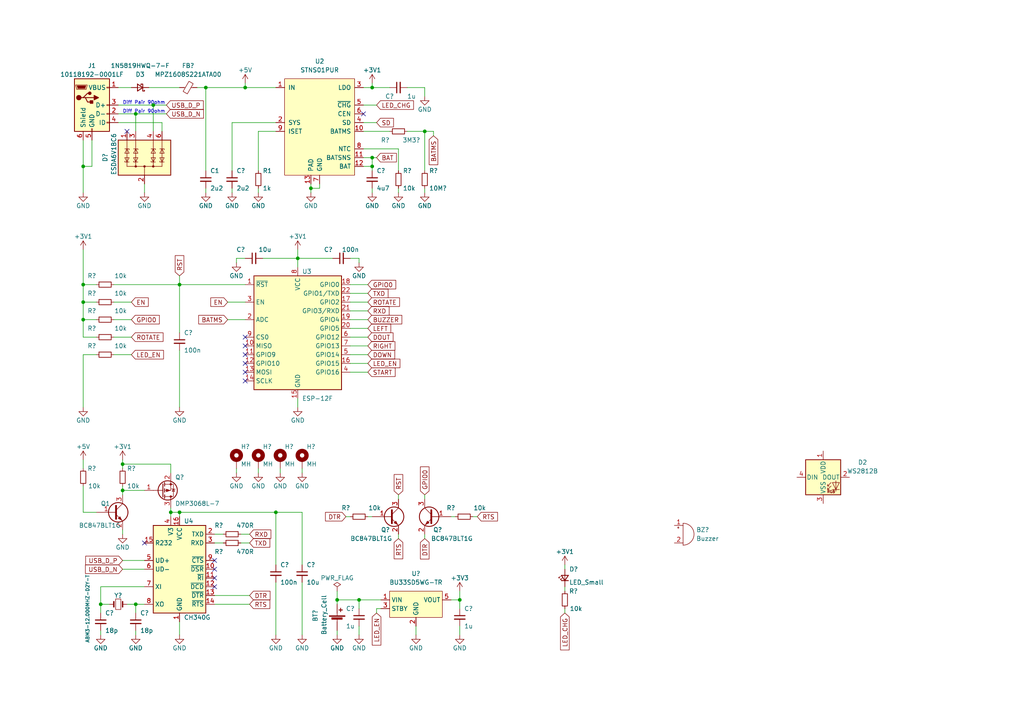
<source format=kicad_sch>
(kicad_sch (version 20211123) (generator eeschema)
  (paper "A4")
  (title_block (title "ESP8266 Tetris") (date "2022-09-09") (rev "1.0") (company "IB"))
  (lib_symbols
    (symbol "Connector:USB_B_Micro" (pin_names (offset 1.016))
      (property "Reference" "J" (at -5.08 11.43 0))
      (property "Value" "USB_B_Micro" (at -5.08 8.89 0))
      (symbol "USB_B_Micro_0_1"
        (rectangle (start -5.08 -7.62) (end 5.08 7.62) (stroke (width 0.254)) (fill (type background)))
        (circle (center -3.81 2.159) (radius 0.635) (stroke (width 0.254)) (fill (type outline)))
        (circle (center -0.635 3.429) (radius 0.381) (stroke (width 0.254)) (fill (type outline)))
        (rectangle (start -0.127 -7.62) (end 0.127 -6.858))
        (polyline (pts (xy -1.905 2.159) (xy 0.635 2.159)) (stroke (width 0.254)))
        (polyline (pts (xy -3.175 2.159) (xy -2.54 2.159) (xy -1.27 3.429) (xy -0.635 3.429)) (stroke (width 0.254)))
        (polyline (pts (xy -2.54 2.159) (xy -1.905 2.159) (xy -1.27 0.889) (xy 0 0.889)) (stroke (width 0.254)))
        (polyline (pts (xy 0.635 2.794) (xy 0.635 1.524) (xy 1.905 2.159) (xy 0.635 2.794)) (stroke (width 0.254)) (fill (type outline)))
        (polyline (pts (xy -4.318 5.588) (xy -1.778 5.588) (xy -2.032 4.826) (xy -4.064 4.826) (xy -4.318 5.588)) (fill (type outline)))
        (polyline (pts (xy -4.699 5.842) (xy -4.699 5.588) (xy -4.445 4.826) (xy -4.445 4.572) (xy -1.651 4.572) (xy -1.651 4.826) (xy -1.397 5.588) (xy -1.397 5.842) (xy -4.699 5.842)))
        (rectangle (start 0.254 1.27) (end -0.508 0.508) (stroke (width 0.254)) (fill (type outline)))
        (rectangle (start 5.08 -5.207) (end 4.318 -4.953))
        (rectangle (start 5.08 -2.667) (end 4.318 -2.413))
        (rectangle (start 5.08 -0.127) (end 4.318 0.127))
        (rectangle (start 5.08 4.953) (end 4.318 5.207))
      )
      (symbol "USB_B_Micro_1_1"
        (pin power_out line (at 7.62 5.08 180) (length 2.54) (name "VBUS") (number "1"))
        (pin bidirectional line (at 7.62 -2.54 180) (length 2.54) (name "D-") (number "2"))
        (pin bidirectional line (at 7.62 0 180) (length 2.54) (name "D+") (number "3"))
        (pin passive line (at 7.62 -5.08 180) (length 2.54) (name "ID") (number "4"))
        (pin power_out line (at 0 -10.16 90) (length 2.54) (name "GND") (number "5"))
        (pin passive line (at -2.54 -10.16 90) (length 2.54) (name "Shield") (number "6"))
      )
    )
    (symbol "Device:Battery_Cell" (pin_numbers hide) (pin_names (offset 0) hide)
      (property "Reference" "BT" (at 2.54 2.54 0))
      (property "Value" "Battery_Cell" (at 2.54 0 0))
      (symbol "Battery_Cell_0_1"
        (rectangle (start -2.286 1.778) (end 2.286 1.524) (fill (type outline)))
        (rectangle (start -1.5748 1.1938) (end 1.4732 0.6858) (fill (type outline)))
        (polyline (pts (xy 0 0.762) (xy 0 0)))
        (polyline (pts (xy 0 1.778) (xy 0 2.54)))
        (polyline (pts (xy 0.508 3.429) (xy 1.524 3.429)) (stroke (width 0.254)))
        (polyline (pts (xy 1.016 3.937) (xy 1.016 2.921)) (stroke (width 0.254)))
      )
      (symbol "Battery_Cell_1_1"
        (pin passive line (at 0 5.08 270) (length 2.54) (name "+") (number "1"))
        (pin passive line (at 0 -2.54 90) (length 2.54) (name "-") (number "2"))
      )
    )
    (symbol "Device:Buzzer" (pin_names (offset 0.0254) hide)
      (property "Reference" "BZ" (at 3.81 1.27 0))
      (property "Value" "Buzzer" (at 3.81 -1.27 0))
      (symbol "Buzzer_0_1"
        (arc (start 0 -3.175) (mid 3.175 0) (end 0 3.175))
        (polyline (pts (xy -1.651 1.905) (xy -1.143 1.905)))
        (polyline (pts (xy -1.397 2.159) (xy -1.397 1.651)))
        (polyline (pts (xy 0 3.175) (xy 0 -3.175)))
      )
      (symbol "Buzzer_1_1"
        (pin passive line (at -2.54 2.54 0) (length 2.54) (name "-") (number "1"))
        (pin passive line (at -2.54 -2.54 0) (length 2.54) (name "+") (number "2"))
      )
    )
    (symbol "Device:C_Small" (pin_numbers hide) (pin_names (offset 0.254) hide)
      (property "Reference" "C" (at 0.254 1.778 0))
      (property "Value" "C_Small" (at 0.254 -2.032 0))
      (symbol "C_Small_0_1"
        (polyline (pts (xy -1.524 -0.508) (xy 1.524 -0.508)) (stroke (width 0.3302)))
        (polyline (pts (xy -1.524 0.508) (xy 1.524 0.508)) (stroke (width 0.3048)))
      )
      (symbol "C_Small_1_1"
        (pin passive line (at 0 2.54 270) (length 2.032) (name "~") (number "1"))
        (pin passive line (at 0 -2.54 90) (length 2.032) (name "~") (number "2"))
      )
    )
    (symbol "Device:Crystal_Small" (pin_numbers hide) (pin_names (offset 1.016) hide)
      (property "Reference" "Y" (at 0 2.54 0))
      (property "Value" "Crystal_Small" (at 0 -2.54 0))
      (symbol "Crystal_Small_0_1"
        (rectangle (start -0.762 -1.524) (end 0.762 1.524))
        (polyline (pts (xy -1.27 -0.762) (xy -1.27 0.762)) (stroke (width 0.381)))
        (polyline (pts (xy 1.27 -0.762) (xy 1.27 0.762)) (stroke (width 0.381)))
      )
      (symbol "Crystal_Small_1_1"
        (pin passive line (at -2.54 0 0) (length 1.27) (name "1") (number "1"))
        (pin passive line (at 2.54 0 180) (length 1.27) (name "2") (number "2"))
      )
    )
    (symbol "Device:D_Schottky_Small" (pin_numbers hide) (pin_names (offset 0.254) hide)
      (property "Reference" "D" (at -1.27 2.032 0))
      (property "Value" "D_Schottky_Small" (at -7.112 -2.032 0))
      (symbol "D_Schottky_Small_0_1"
        (polyline (pts (xy -0.762 0) (xy 0.762 0)))
        (polyline (pts (xy 0.762 -1.016) (xy -0.762 0) (xy 0.762 1.016) (xy 0.762 -1.016)) (stroke (width 0.254)))
        (polyline (pts (xy -1.27 0.762) (xy -1.27 1.016) (xy -0.762 1.016) (xy -0.762 -1.016) (xy -0.254 -1.016) (xy -0.254 -0.762)) (stroke (width 0.254)))
      )
      (symbol "D_Schottky_Small_1_1"
        (pin passive line (at -2.54 0 0) (length 1.778) (name "K") (number "1"))
        (pin passive line (at 2.54 0 180) (length 1.778) (name "A") (number "2"))
      )
    )
    (symbol "Device:FerriteBead_Small" (pin_numbers hide) (pin_names (offset 0))
      (property "Reference" "FB" (at 1.905 1.27 0))
      (property "Value" "FerriteBead_Small" (at 1.905 -1.27 0))
      (symbol "FerriteBead_Small_0_1"
        (polyline (pts (xy 0 -1.27) (xy 0 -0.7874)))
        (polyline (pts (xy 0 0.889) (xy 0 1.2954)))
        (polyline (pts (xy -1.8288 0.2794) (xy -1.1176 1.4986) (xy 1.8288 -0.2032) (xy 1.1176 -1.4224) (xy -1.8288 0.2794)))
      )
      (symbol "FerriteBead_Small_1_1"
        (pin passive line (at 0 2.54 270) (length 1.27) (name "~") (number "1"))
        (pin passive line (at 0 -2.54 90) (length 1.27) (name "~") (number "2"))
      )
    )
    (symbol "Device:LED_Small" (pin_numbers hide) (pin_names (offset 0.254) hide)
      (property "Reference" "D" (at -1.27 3.175 0))
      (property "Value" "LED_Small" (at -4.445 -2.54 0))
      (symbol "LED_Small_0_1"
        (polyline (pts (xy -0.762 -1.016) (xy -0.762 1.016)) (stroke (width 0.254)))
        (polyline (pts (xy 1.016 0) (xy -0.762 0)))
        (polyline (pts (xy 0.762 -1.016) (xy -0.762 0) (xy 0.762 1.016) (xy 0.762 -1.016)) (stroke (width 0.254)))
        (polyline (pts (xy 0 0.762) (xy -0.508 1.27) (xy -0.254 1.27) (xy -0.508 1.27) (xy -0.508 1.016)))
        (polyline (pts (xy 0.508 1.27) (xy 0 1.778) (xy 0.254 1.778) (xy 0 1.778) (xy 0 1.524)))
      )
      (symbol "LED_Small_1_1"
        (pin passive line (at -2.54 0 0) (length 1.778) (name "K") (number "1"))
        (pin passive line (at 2.54 0 180) (length 1.778) (name "A") (number "2"))
      )
    )
    (symbol "Device:R_Small" (pin_numbers hide) (pin_names (offset 0.254) hide)
      (property "Reference" "R" (at 0.762 0.508 0))
      (property "Value" "R_Small" (at 0.762 -1.016 0))
      (symbol "R_Small_0_1"
        (rectangle (start -0.762 1.778) (end 0.762 -1.778) (stroke (width 0.2032)))
      )
      (symbol "R_Small_1_1"
        (pin passive line (at 0 2.54 270) (length 0.762) (name "~") (number "1"))
        (pin passive line (at 0 -2.54 90) (length 0.762) (name "~") (number "2"))
      )
    )
    (symbol "Interface_USB:CH340G"
      (property "Reference" "U" (at -5.08 13.97 0))
      (property "Value" "CH340G" (at 1.27 13.97 0))
      (symbol "CH340G_0_1"
        (rectangle (start -7.62 12.7) (end 7.62 -12.7) (stroke (width 0.254)) (fill (type background)))
      )
      (symbol "CH340G_1_1"
        (pin power_in line (at 0 -15.24 90) (length 2.54) (name "GND") (number "1"))
        (pin input line (at 10.16 0 180) (length 2.54) (name "~{DSR}") (number "10"))
        (pin input line (at 10.16 -2.54 180) (length 2.54) (name "~{RI}") (number "11"))
        (pin input line (at 10.16 -5.08 180) (length 2.54) (name "~{DCD}") (number "12"))
        (pin output line (at 10.16 -7.62 180) (length 2.54) (name "~{DTR}") (number "13"))
        (pin output line (at 10.16 -10.16 180) (length 2.54) (name "~{RTS}") (number "14"))
        (pin input line (at -10.16 7.62 0) (length 2.54) (name "R232") (number "15"))
        (pin power_in line (at 0 15.24 270) (length 2.54) (name "VCC") (number "16"))
        (pin output line (at 10.16 10.16 180) (length 2.54) (name "TXD") (number "2"))
        (pin input line (at 10.16 7.62 180) (length 2.54) (name "RXD") (number "3"))
        (pin passive line (at -2.54 15.24 270) (length 2.54) (name "V3") (number "4"))
        (pin bidirectional line (at -10.16 2.54 0) (length 2.54) (name "UD+") (number "5"))
        (pin bidirectional line (at -10.16 0 0) (length 2.54) (name "UD-") (number "6"))
        (pin input line (at -10.16 -5.08 0) (length 2.54) (name "XI") (number "7"))
        (pin output line (at -10.16 -10.16 0) (length 2.54) (name "XO") (number "8"))
        (pin input line (at 10.16 2.54 180) (length 2.54) (name "~{CTS}") (number "9"))
      )
    )
    (symbol "KiCadCustom:+3V1" (pin_names (offset 1.016))
      (property "Value" "+3V1" (at 0 3.81 0))
      (symbol "+3V1_1_1"
        (polyline (pts (xy -0.762 1.27) (xy 0 2.54)))
        (polyline (pts (xy 0 0) (xy 0 2.54)))
        (polyline (pts (xy 0 2.54) (xy 0.762 1.27)))
        (pin power_in line (at 0 0 90) (length 0) hide (name "+3V0") (number "1"))
      )
    )
    (symbol "KiCadCustom:BU33SD5WG-TR"
      (property "Reference" "U" (at 0 7.62 0))
      (property "Value" "BU33SD5WG-TR" (at 0 5.08 0))
      (symbol "BU33SD5WG-TR_0_1"
        (rectangle (start -7.62 3.81) (end 7.62 -3.81) (fill (type background)))
      )
      (symbol "BU33SD5WG-TR_1_1"
        (pin power_in line (at -10.16 1.27 0) (length 2.54) (name "VIN") (number "1"))
        (pin power_in line (at 0 -6.35 90) (length 2.54) (name "GND") (number "2"))
        (pin passive line (at -10.16 -1.27 0) (length 2.54) (name "STBY") (number "3"))
        (pin no_connect line (at 10.16 -1.27 180) (length 2.54) hide (name "NC") (number "4"))
        (pin power_out line (at 10.16 1.27 180) (length 2.54) (name "VOUT") (number "5"))
      )
    )
    (symbol "KiCadCustom:STNS01" (pin_names (offset 1.016))
      (property "Reference" "U" (at 2.54 15.24 0))
      (property "Value" "STNS01" (at 5.08 -15.24 0))
      (symbol "STNS01_0_1"
        (rectangle (start -10.16 13.97) (end 10.16 -13.97) (fill (type background)))
      )
      (symbol "STNS01_1_1"
        (pin power_in line (at -12.7 11.43 0) (length 2.54) (name "IN") (number "1"))
        (pin passive line (at 12.7 -1.27 180) (length 2.54) (name "BATMS") (number "10"))
        (pin passive line (at 12.7 -8.89 180) (length 2.54) (name "BATSNS") (number "11"))
        (pin power_in line (at 12.7 -11.43 180) (length 2.54) (name "BAT") (number "12"))
        (pin power_in line (at -2.54 -16.51 90) (length 2.54) (name "PAD") (number "13"))
        (pin power_out line (at -12.7 1.27 0) (length 2.54) (name "SYS") (number "2"))
        (pin power_out line (at 12.7 11.43 180) (length 2.54) (name "LDO") (number "3"))
        (pin input line (at 12.7 1.27 180) (length 2.54) (name "SD") (number "4"))
        (pin open_collector line (at 12.7 6.35 180) (length 2.54) (name "~{CHG}") (number "5"))
        (pin input line (at 12.7 3.81 180) (length 2.54) (name "CEN") (number "6"))
        (pin power_in line (at 0 -16.51 90) (length 2.54) (name "GND") (number "7"))
        (pin passive line (at 12.7 -6.35 180) (length 2.54) (name "NTC") (number "8"))
        (pin passive line (at -12.7 -1.27 0) (length 2.54) (name "ISET") (number "9"))
      )
    )
    (symbol "LED:WS2812B" (pin_names (offset 0.254))
      (property "Reference" "D" (at 5.08 5.715 0))
      (property "Value" "WS2812B" (at 1.27 -5.715 0))
      (symbol "WS2812B_0_0"
        (text "RGB" (at 2.286 -4.191 0) (effects (font (size 0.762 0.762))))
      )
      (symbol "WS2812B_0_1"
        (polyline (pts (xy 1.27 -3.556) (xy 1.778 -3.556)))
        (polyline (pts (xy 1.27 -2.54) (xy 1.778 -2.54)))
        (polyline (pts (xy 4.699 -3.556) (xy 2.667 -3.556)))
        (polyline (pts (xy 2.286 -2.54) (xy 1.27 -3.556) (xy 1.27 -3.048)))
        (polyline (pts (xy 2.286 -1.524) (xy 1.27 -2.54) (xy 1.27 -2.032)))
        (polyline (pts (xy 3.683 -1.016) (xy 3.683 -3.556) (xy 3.683 -4.064)))
        (polyline (pts (xy 4.699 -1.524) (xy 2.667 -1.524) (xy 3.683 -3.556) (xy 4.699 -1.524)))
        (rectangle (start 5.08 5.08) (end -5.08 -5.08) (stroke (width 0.254)) (fill (type background)))
      )
      (symbol "WS2812B_1_1"
        (pin power_in line (at 0 7.62 270) (length 2.54) (name "VDD") (number "1"))
        (pin output line (at 7.62 0 180) (length 2.54) (name "DOUT") (number "2"))
        (pin power_in line (at 0 -7.62 90) (length 2.54) (name "VSS") (number "3"))
        (pin input line (at -7.62 0 0) (length 2.54) (name "DIN") (number "4"))
      )
    )
    (symbol "Mechanical:MountingHole_Pad" (pin_numbers hide) (pin_names (offset 1.016) hide)
      (property "Reference" "H" (at 0 6.35 0))
      (property "Value" "MountingHole_Pad" (at 0 4.445 0))
      (symbol "MountingHole_Pad_0_1"
        (circle (center 0 1.27) (radius 1.27) (stroke (width 1.27)))
      )
      (symbol "MountingHole_Pad_1_1"
        (pin input line (at 0 -2.54 90) (length 2.54) (name "1") (number "1"))
      )
    )
    (symbol "Power_Protection:ESDA6V1BC6" (pin_names hide)
      (property "Reference" "D" (at -2.54 -6.35 0))
      (property "Value" "ESDA6V1BC6" (at 1.27 -6.35 0))
      (symbol "ESDA6V1BC6_0_0"
        (pin passive line (at 0 -7.62 90) (length 2.54) (name "COM") (number "2"))
      )
      (symbol "ESDA6V1BC6_0_1"
        (rectangle (start -7.62 5.08) (end 7.62 -5.08) (stroke (width 0.254)) (fill (type background)))
        (circle (center -2.54 -2.54) (radius 0.254) (fill (type outline)))
        (circle (center 0 -2.54) (radius 0.254) (fill (type outline)))
        (polyline (pts (xy -5.08 -2.54) (xy -5.08 -1.27)))
        (polyline (pts (xy -5.08 -2.54) (xy 5.08 -2.54)))
        (polyline (pts (xy -5.08 2.54) (xy -5.08 -1.27)))
        (polyline (pts (xy -5.08 5.08) (xy -5.08 2.54)))
        (polyline (pts (xy -2.54 -2.54) (xy -2.54 -1.27)))
        (polyline (pts (xy -2.54 2.54) (xy -2.54 -1.27)))
        (polyline (pts (xy -2.54 5.08) (xy -2.54 2.54)))
        (polyline (pts (xy 0 -2.54) (xy 0 -5.08)))
        (polyline (pts (xy 2.54 -2.54) (xy 2.54 -1.27)))
        (polyline (pts (xy 2.54 2.54) (xy 2.54 -1.27)))
        (polyline (pts (xy 2.54 5.08) (xy 2.54 2.54)))
        (polyline (pts (xy 5.08 -2.54) (xy 5.08 -1.27)))
        (polyline (pts (xy 5.08 2.54) (xy 5.08 -1.27)))
        (polyline (pts (xy 5.08 5.08) (xy 5.08 2.54)))
        (polyline (pts (xy -5.715 -1.016) (xy -5.715 -1.27) (xy -4.445 -1.27)))
        (polyline (pts (xy -5.715 2.54) (xy -4.445 2.54) (xy -4.445 2.286)))
        (polyline (pts (xy -3.175 -1.016) (xy -3.175 -1.27) (xy -1.905 -1.27)))
        (polyline (pts (xy -3.175 2.54) (xy -1.905 2.54) (xy -1.905 2.286)))
        (polyline (pts (xy 1.905 -1.016) (xy 1.905 -1.27) (xy 3.175 -1.27)))
        (polyline (pts (xy 1.905 2.54) (xy 3.175 2.54) (xy 3.175 2.286)))
        (polyline (pts (xy 4.445 -1.016) (xy 4.445 -1.27) (xy 5.715 -1.27)))
        (polyline (pts (xy 4.445 2.54) (xy 5.715 2.54) (xy 5.715 2.286)))
        (polyline (pts (xy -5.08 -1.27) (xy -5.715 0) (xy -4.445 0) (xy -5.08 -1.27)))
        (polyline (pts (xy -5.08 2.54) (xy -4.445 1.27) (xy -5.715 1.27) (xy -5.08 2.54)))
        (polyline (pts (xy -2.54 -1.27) (xy -3.175 0) (xy -1.905 0) (xy -2.54 -1.27)))
        (polyline (pts (xy -2.54 2.54) (xy -1.905 1.27) (xy -3.175 1.27) (xy -2.54 2.54)))
        (polyline (pts (xy 2.54 -1.27) (xy 1.905 0) (xy 3.175 0) (xy 2.54 -1.27)))
        (polyline (pts (xy 2.54 2.54) (xy 3.175 1.27) (xy 1.905 1.27) (xy 2.54 2.54)))
        (polyline (pts (xy 5.08 -1.27) (xy 4.445 0) (xy 5.715 0) (xy 5.08 -1.27)))
        (polyline (pts (xy 5.08 2.54) (xy 5.715 1.27) (xy 4.445 1.27) (xy 5.08 2.54)))
        (circle (center 2.54 -2.54) (radius 0.254) (fill (type outline)))
      )
      (symbol "ESDA6V1BC6_1_1"
        (pin passive line (at -5.08 7.62 270) (length 2.54) (name "TVS1") (number "1"))
        (pin passive line (at -2.54 7.62 270) (length 2.54) (name "TVS2") (number "3"))
        (pin passive line (at 2.54 7.62 270) (length 2.54) (name "TVS3") (number "4"))
        (pin passive line (at 0 -7.62 90) (length 2.54) hide (name "COM") (number "5"))
        (pin passive line (at 5.08 7.62 270) (length 2.54) (name "TVS4") (number "6"))
      )
    )
    (symbol "RF_Module:ESP-12F"
      (property "Reference" "U" (at -12.7 19.05 0))
      (property "Value" "ESP-12F" (at 12.7 19.05 0))
      (symbol "ESP-12F_0_1"
        (rectangle (start -12.7 17.78) (end 12.7 -15.24) (stroke (width 0.254)) (fill (type background)))
      )
      (symbol "ESP-12F_1_1"
        (pin input line (at -15.24 15.24 0) (length 2.54) (name "~{RST}") (number "1"))
        (pin bidirectional line (at -15.24 -2.54 0) (length 2.54) (name "MISO") (number "10"))
        (pin bidirectional line (at -15.24 -5.08 0) (length 2.54) (name "GPIO9") (number "11"))
        (pin bidirectional line (at -15.24 -7.62 0) (length 2.54) (name "GPIO10") (number "12"))
        (pin bidirectional line (at -15.24 -10.16 0) (length 2.54) (name "MOSI") (number "13"))
        (pin bidirectional line (at -15.24 -12.7 0) (length 2.54) (name "SCLK") (number "14"))
        (pin power_in line (at 0 -17.78 90) (length 2.54) (name "GND") (number "15"))
        (pin bidirectional line (at 15.24 -7.62 180) (length 2.54) (name "GPIO15") (number "16"))
        (pin bidirectional line (at 15.24 10.16 180) (length 2.54) (name "GPIO2") (number "17"))
        (pin bidirectional line (at 15.24 15.24 180) (length 2.54) (name "GPIO0") (number "18"))
        (pin bidirectional line (at 15.24 5.08 180) (length 2.54) (name "GPIO4") (number "19"))
        (pin input line (at -15.24 5.08 0) (length 2.54) (name "ADC") (number "2"))
        (pin bidirectional line (at 15.24 2.54 180) (length 2.54) (name "GPIO5") (number "20"))
        (pin bidirectional line (at 15.24 7.62 180) (length 2.54) (name "GPIO3/RXD") (number "21"))
        (pin bidirectional line (at 15.24 12.7 180) (length 2.54) (name "GPIO1/TXD") (number "22"))
        (pin input line (at -15.24 10.16 0) (length 2.54) (name "EN") (number "3"))
        (pin bidirectional line (at 15.24 -10.16 180) (length 2.54) (name "GPIO16") (number "4"))
        (pin bidirectional line (at 15.24 -5.08 180) (length 2.54) (name "GPIO14") (number "5"))
        (pin bidirectional line (at 15.24 0 180) (length 2.54) (name "GPIO12") (number "6"))
        (pin bidirectional line (at 15.24 -2.54 180) (length 2.54) (name "GPIO13") (number "7"))
        (pin power_in line (at 0 20.32 270) (length 2.54) (name "VCC") (number "8"))
        (pin input line (at -15.24 0 0) (length 2.54) (name "CS0") (number "9"))
      )
    )
    (symbol "Transistor_BJT:BC847" (pin_names (offset 0) hide)
      (property "Reference" "Q" (at 5.08 1.905 0))
      (property "Value" "BC847" (at 5.08 0 0))
      (symbol "BC847_0_1"
        (polyline (pts (xy 0.635 0.635) (xy 2.54 2.54)))
        (polyline (pts (xy 0.635 -0.635) (xy 2.54 -2.54) (xy 2.54 -2.54)))
        (polyline (pts (xy 0.635 1.905) (xy 0.635 -1.905) (xy 0.635 -1.905)) (stroke (width 0.508)))
        (polyline (pts (xy 1.27 -1.778) (xy 1.778 -1.27) (xy 2.286 -2.286) (xy 1.27 -1.778) (xy 1.27 -1.778)) (fill (type outline)))
        (circle (center 1.27 0) (radius 2.8194) (stroke (width 0.254)))
      )
      (symbol "BC847_1_1"
        (pin input line (at -5.08 0 0) (length 5.715) (name "B") (number "1"))
        (pin passive line (at 2.54 -5.08 90) (length 2.54) (name "E") (number "2"))
        (pin passive line (at 2.54 5.08 270) (length 2.54) (name "C") (number "3"))
      )
    )
    (symbol "Transistor_FET:DMG2301L" (pin_names hide)
      (property "Reference" "Q" (at 5.08 1.905 0))
      (property "Value" "DMG2301L" (at 5.08 0 0))
      (symbol "DMG2301L_0_1"
        (polyline (pts (xy 0.254 0) (xy -2.54 0)))
        (polyline (pts (xy 0.254 1.905) (xy 0.254 -1.905)) (stroke (width 0.254)))
        (polyline (pts (xy 0.762 -1.27) (xy 0.762 -2.286)) (stroke (width 0.254)))
        (polyline (pts (xy 0.762 0.508) (xy 0.762 -0.508)) (stroke (width 0.254)))
        (polyline (pts (xy 0.762 2.286) (xy 0.762 1.27)) (stroke (width 0.254)))
        (polyline (pts (xy 2.54 2.54) (xy 2.54 1.778)))
        (polyline (pts (xy 2.54 -2.54) (xy 2.54 0) (xy 0.762 0)))
        (polyline (pts (xy 0.762 1.778) (xy 3.302 1.778) (xy 3.302 -1.778) (xy 0.762 -1.778)))
        (polyline (pts (xy 2.286 0) (xy 1.27 0.381) (xy 1.27 -0.381) (xy 2.286 0)) (fill (type outline)))
        (polyline (pts (xy 2.794 -0.508) (xy 2.921 -0.381) (xy 3.683 -0.381) (xy 3.81 -0.254)))
        (polyline (pts (xy 3.302 -0.381) (xy 2.921 0.254) (xy 3.683 0.254) (xy 3.302 -0.381)))
        (circle (center 1.651 0) (radius 2.794) (stroke (width 0.254)))
        (circle (center 2.54 -1.778) (radius 0.254) (fill (type outline)))
        (circle (center 2.54 1.778) (radius 0.254) (fill (type outline)))
      )
      (symbol "DMG2301L_1_1"
        (pin input line (at -5.08 0 0) (length 2.54) (name "G") (number "1"))
        (pin passive line (at 2.54 -5.08 90) (length 2.54) (name "S") (number "2"))
        (pin passive line (at 2.54 5.08 270) (length 2.54) (name "D") (number "3"))
      )
    )
    (symbol "power:+3V3" (power) (pin_names (offset 0))
      (property "Value" "+3V3" (at 0 3.556 0))
      (symbol "+3V3_0_1"
        (polyline (pts (xy -0.762 1.27) (xy 0 2.54)))
        (polyline (pts (xy 0 0) (xy 0 2.54)))
        (polyline (pts (xy 0 2.54) (xy 0.762 1.27)))
      )
      (symbol "+3V3_1_1"
        (pin power_in line (at 0 0 90) (length 0) hide (name "+3V3") (number "1"))
      )
    )
    (symbol "power:+5V" (power) (pin_names (offset 0))
      (property "Value" "+5V" (at 0 3.556 0))
      (symbol "+5V_0_1"
        (polyline (pts (xy -0.762 1.27) (xy 0 2.54)))
        (polyline (pts (xy 0 0) (xy 0 2.54)))
        (polyline (pts (xy 0 2.54) (xy 0.762 1.27)))
      )
      (symbol "+5V_1_1"
        (pin power_in line (at 0 0 90) (length 0) hide (name "+5V") (number "1"))
      )
    )
    (symbol "power:GND" (power) (pin_names (offset 0))
      (property "Value" "GND" (at 0 -3.81 0))
      (symbol "GND_0_1"
        (polyline (pts (xy 0 0) (xy 0 -1.27) (xy 1.27 -1.27) (xy 0 -2.54) (xy -1.27 -1.27) (xy 0 -1.27)))
      )
      (symbol "GND_1_1"
        (pin power_in line (at 0 0 270) (length 0) hide (name "GND") (number "1"))
      )
    )
    (symbol "power:PWR_FLAG" (power) (pin_numbers hide) (pin_names (offset 0) hide)
      (property "Value" "PWR_FLAG" (at 0 3.81 0))
      (symbol "PWR_FLAG_0_0"
        (pin power_out line (at 0 0 90) (length 0) (name "pwr") (number "1"))
      )
      (symbol "PWR_FLAG_0_1"
        (polyline (pts (xy 0 0) (xy 0 1.27) (xy -1.016 1.905) (xy 0 2.54) (xy 1.016 1.905) (xy 0 1.27)))
      )
    )
  )
  (junction (at 107.95 25.4))
  (junction (at 44.45 30.48))
  (junction (at 39.37 175.26))
  (junction (at 24.13 87.63))
  (junction (at 35.56 134.62))
  (junction (at 133.35 173.99))
  (junction (at 52.07 82.55))
  (junction (at 123.19 38.1))
  (junction (at 80.01 148.59))
  (junction (at 71.12 25.4))
  (junction (at 29.21 175.26))
  (junction (at 107.95 45.72))
  (junction (at 52.07 148.59))
  (junction (at 86.36 74.93))
  (junction (at 97.79 173.99))
  (junction (at 49.53 148.59))
  (junction (at 39.37 33.02))
  (junction (at 35.56 142.24))
  (junction (at 90.17 54.61))
  (junction (at 24.13 48.26))
  (junction (at 59.69 25.4))
  (junction (at 24.13 82.55))
  (junction (at 104.14 173.99))
  (junction (at 107.95 48.26))
  (junction (at 24.13 92.71))
  (no_connect (at 36.83 38.1))
  (no_connect (at 41.91 157.48))
  (no_connect (at 62.23 165.1))
  (no_connect (at 62.23 167.64))
  (no_connect (at 62.23 170.18))
  (no_connect (at 62.23 162.56))
  (no_connect (at 71.12 97.79))
  (no_connect (at 71.12 100.33))
  (no_connect (at 71.12 107.95))
  (no_connect (at 71.12 105.41))
  (no_connect (at 71.12 102.87))
  (no_connect (at 71.12 110.49))
  (no_connect (at 105.41 33.02))
  (wire (pts (xy 163.83 170.18) (xy 163.83 171.45)))
  (wire (pts (xy 39.37 182.88) (xy 39.37 184.15)))
  (wire (pts (xy 104.14 74.93) (xy 104.14 76.2)))
  (wire (pts (xy 35.56 153.67) (xy 35.56 154.94)))
  (wire (pts (xy 52.07 180.34) (xy 52.07 184.15)))
  (wire (pts (xy 74.93 54.61) (xy 74.93 55.88)))
  (wire (pts (xy 39.37 175.26) (xy 41.91 175.26)))
  (wire (pts (xy 24.13 48.26) (xy 26.67 48.26)))
  (wire (pts (xy 34.29 30.48) (xy 44.45 30.48)))
  (wire (pts (xy 101.6 90.17) (xy 106.68 90.17)))
  (wire (pts (xy 33.02 92.71) (xy 38.1 92.71)))
  (wire (pts (xy 87.63 163.83) (xy 87.63 148.59)))
  (wire (pts (xy 62.23 175.26) (xy 72.39 175.26)))
  (wire (pts (xy 76.2 74.93) (xy 86.36 74.93)))
  (wire (pts (xy 29.21 170.18) (xy 29.21 175.26)))
  (wire (pts (xy 35.56 133.35) (xy 35.56 134.62)))
  (wire (pts (xy 97.79 173.99) (xy 97.79 175.26)))
  (wire (pts (xy 105.41 43.18) (xy 115.57 43.18)))
  (wire (pts (xy 163.83 163.83) (xy 163.83 165.1)))
  (wire (pts (xy 106.68 149.86) (xy 107.95 149.86)))
  (wire (pts (xy 105.41 48.26) (xy 107.95 48.26)))
  (wire (pts (xy 107.95 48.26) (xy 107.95 49.53)))
  (wire (pts (xy 29.21 177.8) (xy 29.21 175.26)))
  (wire (pts (xy 118.11 25.4) (xy 123.19 25.4)))
  (wire (pts (xy 133.35 173.99) (xy 133.35 176.53)))
  (wire (pts (xy 68.58 76.2) (xy 68.58 74.93)))
  (wire (pts (xy 101.6 97.79) (xy 106.68 97.79)))
  (wire (pts (xy 110.49 173.99) (xy 104.14 173.99)))
  (wire (pts (xy 49.53 134.62) (xy 49.53 137.16)))
  (wire (pts (xy 100.33 149.86) (xy 101.6 149.86)))
  (wire (pts (xy 29.21 175.26) (xy 31.75 175.26)))
  (wire (pts (xy 24.13 48.26) (xy 24.13 55.88)))
  (wire (pts (xy 86.36 74.93) (xy 96.52 74.93)))
  (wire (pts (xy 123.19 154.94) (xy 123.19 156.21)))
  (wire (pts (xy 71.12 25.4) (xy 80.01 25.4)))
  (wire (pts (xy 24.13 97.79) (xy 24.13 92.71)))
  (wire (pts (xy 66.04 92.71) (xy 71.12 92.71)))
  (wire (pts (xy 101.6 100.33) (xy 106.68 100.33)))
  (wire (pts (xy 24.13 92.71) (xy 24.13 87.63)))
  (wire (pts (xy 59.69 25.4) (xy 59.69 49.53)))
  (wire (pts (xy 39.37 38.1) (xy 39.37 33.02)))
  (wire (pts (xy 69.85 157.48) (xy 72.39 157.48)))
  (wire (pts (xy 57.15 25.4) (xy 59.69 25.4)))
  (wire (pts (xy 101.6 95.25) (xy 106.68 95.25)))
  (wire (pts (xy 104.14 181.61) (xy 104.14 184.15)))
  (wire (pts (xy 33.02 102.87) (xy 38.1 102.87)))
  (wire (pts (xy 24.13 82.55) (xy 27.94 82.55)))
  (wire (pts (xy 39.37 33.02) (xy 48.26 33.02)))
  (wire (pts (xy 107.95 54.61) (xy 107.95 55.88)))
  (wire (pts (xy 123.19 38.1) (xy 123.19 49.53)))
  (wire (pts (xy 35.56 165.1) (xy 41.91 165.1)))
  (wire (pts (xy 24.13 40.64) (xy 24.13 48.26)))
  (wire (pts (xy 34.29 35.56) (xy 46.99 35.56)))
  (wire (pts (xy 34.29 25.4) (xy 38.1 25.4)))
  (wire (pts (xy 101.6 87.63) (xy 106.68 87.63)))
  (wire (pts (xy 67.31 49.53) (xy 67.31 35.56)))
  (wire (pts (xy 133.35 181.61) (xy 133.35 184.15)))
  (wire (pts (xy 59.69 54.61) (xy 59.69 55.88)))
  (wire (pts (xy 71.12 24.13) (xy 71.12 25.4)))
  (wire (pts (xy 68.58 135.89) (xy 68.58 137.16)))
  (wire (pts (xy 52.07 82.55) (xy 71.12 82.55)))
  (wire (pts (xy 101.6 92.71) (xy 106.68 92.71)))
  (wire (pts (xy 35.56 162.56) (xy 41.91 162.56)))
  (wire (pts (xy 68.58 74.93) (xy 71.12 74.93)))
  (wire (pts (xy 35.56 142.24) (xy 41.91 142.24)))
  (wire (pts (xy 44.45 30.48) (xy 44.45 38.1)))
  (wire (pts (xy 24.13 140.97) (xy 24.13 148.59)))
  (wire (pts (xy 118.11 38.1) (xy 123.19 38.1)))
  (wire (pts (xy 92.71 53.34) (xy 92.71 54.61)))
  (wire (pts (xy 133.35 171.45) (xy 133.35 173.99)))
  (wire (pts (xy 81.28 135.89) (xy 81.28 137.16)))
  (wire (pts (xy 80.01 163.83) (xy 80.01 148.59)))
  (wire (pts (xy 29.21 182.88) (xy 29.21 184.15)))
  (wire (pts (xy 41.91 53.34) (xy 41.91 55.88)))
  (wire (pts (xy 87.63 148.59) (xy 80.01 148.59)))
  (wire (pts (xy 39.37 177.8) (xy 39.37 175.26)))
  (wire (pts (xy 123.19 54.61) (xy 123.19 55.88)))
  (wire (pts (xy 44.45 30.48) (xy 48.26 30.48)))
  (wire (pts (xy 107.95 25.4) (xy 113.03 25.4)))
  (wire (pts (xy 49.53 147.32) (xy 49.53 148.59)))
  (wire (pts (xy 109.22 176.53) (xy 110.49 176.53)))
  (wire (pts (xy 41.91 170.18) (xy 29.21 170.18)))
  (wire (pts (xy 104.14 173.99) (xy 104.14 176.53)))
  (wire (pts (xy 115.57 43.18) (xy 115.57 49.53)))
  (wire (pts (xy 67.31 54.61) (xy 67.31 55.88)))
  (wire (pts (xy 66.04 87.63) (xy 71.12 87.63)))
  (wire (pts (xy 62.23 157.48) (xy 64.77 157.48)))
  (wire (pts (xy 87.63 135.89) (xy 87.63 137.16)))
  (wire (pts (xy 35.56 134.62) (xy 35.56 135.89)))
  (wire (pts (xy 27.94 97.79) (xy 24.13 97.79)))
  (wire (pts (xy 24.13 102.87) (xy 27.94 102.87)))
  (wire (pts (xy 105.41 35.56) (xy 109.22 35.56)))
  (wire (pts (xy 107.95 45.72) (xy 107.95 48.26)))
  (wire (pts (xy 24.13 133.35) (xy 24.13 135.89)))
  (wire (pts (xy 86.36 74.93) (xy 86.36 77.47)))
  (wire (pts (xy 62.23 154.94) (xy 64.77 154.94)))
  (wire (pts (xy 74.93 49.53) (xy 74.93 38.1)))
  (wire (pts (xy 52.07 82.55) (xy 52.07 96.52)))
  (wire (pts (xy 120.65 181.61) (xy 120.65 184.15)))
  (wire (pts (xy 24.13 92.71) (xy 27.94 92.71)))
  (wire (pts (xy 33.02 87.63) (xy 38.1 87.63)))
  (wire (pts (xy 101.6 107.95) (xy 106.68 107.95)))
  (wire (pts (xy 97.79 171.45) (xy 97.79 173.99)))
  (wire (pts (xy 115.57 54.61) (xy 115.57 55.88)))
  (wire (pts (xy 101.6 105.41) (xy 106.68 105.41)))
  (wire (pts (xy 109.22 177.8) (xy 109.22 176.53)))
  (wire (pts (xy 52.07 149.86) (xy 52.07 148.59)))
  (wire (pts (xy 80.01 168.91) (xy 80.01 184.15)))
  (wire (pts (xy 105.41 38.1) (xy 113.03 38.1)))
  (wire (pts (xy 26.67 40.64) (xy 26.67 48.26)))
  (wire (pts (xy 123.19 143.51) (xy 123.19 144.78)))
  (wire (pts (xy 49.53 134.62) (xy 35.56 134.62)))
  (wire (pts (xy 123.19 38.1) (xy 125.73 38.1)))
  (wire (pts (xy 69.85 154.94) (xy 72.39 154.94)))
  (wire (pts (xy 46.99 38.1) (xy 46.99 35.56)))
  (wire (pts (xy 130.81 149.86) (xy 132.08 149.86)))
  (wire (pts (xy 24.13 87.63) (xy 24.13 82.55)))
  (wire (pts (xy 33.02 82.55) (xy 52.07 82.55)))
  (wire (pts (xy 101.6 102.87) (xy 106.68 102.87)))
  (wire (pts (xy 163.83 176.53) (xy 163.83 177.8)))
  (wire (pts (xy 27.94 148.59) (xy 24.13 148.59)))
  (wire (pts (xy 24.13 118.11) (xy 24.13 102.87)))
  (wire (pts (xy 107.95 45.72) (xy 109.22 45.72)))
  (wire (pts (xy 101.6 82.55) (xy 106.68 82.55)))
  (wire (pts (xy 35.56 140.97) (xy 35.56 142.24)))
  (wire (pts (xy 34.29 33.02) (xy 39.37 33.02)))
  (wire (pts (xy 105.41 25.4) (xy 107.95 25.4)))
  (wire (pts (xy 90.17 54.61) (xy 92.71 54.61)))
  (wire (pts (xy 86.36 115.57) (xy 86.36 118.11)))
  (wire (pts (xy 24.13 87.63) (xy 27.94 87.63)))
  (wire (pts (xy 115.57 154.94) (xy 115.57 156.21)))
  (wire (pts (xy 67.31 35.56) (xy 80.01 35.56)))
  (wire (pts (xy 125.73 39.37) (xy 125.73 38.1)))
  (wire (pts (xy 130.81 173.99) (xy 133.35 173.99)))
  (wire (pts (xy 104.14 173.99) (xy 97.79 173.99)))
  (wire (pts (xy 74.93 135.89) (xy 74.93 137.16)))
  (wire (pts (xy 24.13 82.55) (xy 24.13 72.39)))
  (wire (pts (xy 49.53 148.59) (xy 49.53 149.86)))
  (wire (pts (xy 105.41 45.72) (xy 107.95 45.72)))
  (wire (pts (xy 115.57 143.51) (xy 115.57 144.78)))
  (wire (pts (xy 123.19 25.4) (xy 123.19 27.94)))
  (wire (pts (xy 97.79 182.88) (xy 97.79 184.15)))
  (wire (pts (xy 43.18 25.4) (xy 52.07 25.4)))
  (wire (pts (xy 33.02 97.79) (xy 38.1 97.79)))
  (wire (pts (xy 49.53 148.59) (xy 52.07 148.59)))
  (wire (pts (xy 90.17 54.61) (xy 90.17 55.88)))
  (wire (pts (xy 105.41 30.48) (xy 109.22 30.48)))
  (wire (pts (xy 86.36 72.39) (xy 86.36 74.93)))
  (wire (pts (xy 87.63 168.91) (xy 87.63 184.15)))
  (wire (pts (xy 101.6 74.93) (xy 104.14 74.93)))
  (wire (pts (xy 62.23 172.72) (xy 72.39 172.72)))
  (wire (pts (xy 59.69 25.4) (xy 71.12 25.4)))
  (wire (pts (xy 52.07 101.6) (xy 52.07 118.11)))
  (wire (pts (xy 90.17 53.34) (xy 90.17 54.61)))
  (wire (pts (xy 101.6 85.09) (xy 106.68 85.09)))
  (wire (pts (xy 52.07 148.59) (xy 80.01 148.59)))
  (wire (pts (xy 137.16 149.86) (xy 138.43 149.86)))
  (wire (pts (xy 74.93 38.1) (xy 80.01 38.1)))
  (wire (pts (xy 52.07 80.01) (xy 52.07 82.55)))
  (wire (pts (xy 107.95 24.13) (xy 107.95 25.4)))
  (wire (pts (xy 35.56 142.24) (xy 35.56 143.51)))
  (wire (pts (xy 36.83 175.26) (xy 39.37 175.26)))
  (text "Diff Pair 90ohm" (at 35.56 30.48 0) (effects (font (size 1 1)) (justify left bottom)))
  (text "Diff Pair 90ohm" (at 35.56 33.02 0) (effects (font (size 1 1)) (justify left bottom)))
  (global_label "BUZZER" (shape input) (at 106.68 92.71 0) (property "Intersheet References" "${INTERSHEET_REFS}" (effects hide)))
  (global_label "EN" (shape input) (at 66.04 87.63 180) (property "Intersheet References" "${INTERSHEET_REFS}" (effects hide)))
  (global_label "LED_EN" (shape input) (at 109.22 177.8 270) (property "Intersheet References" "${INTERSHEET_REFS}" (effects hide)))
  (global_label "ROTATE" (shape input) (at 106.68 87.63 0) (property "Intersheet References" "${INTERSHEET_REFS}" (effects hide)))
  (global_label "BAT" (shape input) (at 109.22 45.72 0) (property "Intersheet References" "${INTERSHEET_REFS}" (effects hide)))
  (global_label "ROTATE" (shape input) (at 38.1 97.79 0) (property "Intersheet References" "${INTERSHEET_REFS}" (effects hide)))
  (global_label "GPIO0" (shape input) (at 123.19 143.51 90) (property "Intersheet References" "${INTERSHEET_REFS}" (effects hide)))
  (global_label "LED_CHG" (shape input) (at 109.22 30.48 0) (property "Intersheet References" "${INTERSHEET_REFS}" (effects hide)))
  (global_label "USB_D_P" (shape input) (at 48.26 30.48 0) (property "Intersheet References" "${INTERSHEET_REFS}" (effects hide)))
  (global_label "USB_D_P" (shape input) (at 35.56 162.56 180) (property "Intersheet References" "${INTERSHEET_REFS}" (effects hide)))
  (global_label "SD" (shape input) (at 109.22 35.56 0) (property "Intersheet References" "${INTERSHEET_REFS}" (effects hide)))
  (global_label "LEFT" (shape input) (at 106.68 95.25 0) (property "Intersheet References" "${INTERSHEET_REFS}" (effects hide)))
  (global_label "BATMS" (shape input) (at 66.04 92.71 180) (property "Intersheet References" "${INTERSHEET_REFS}" (effects hide)))
  (global_label "RST" (shape input) (at 115.57 143.51 90) (property "Intersheet References" "${INTERSHEET_REFS}" (effects hide)))
  (global_label "DOWN" (shape input) (at 106.68 102.87 0) (property "Intersheet References" "${INTERSHEET_REFS}" (effects hide)))
  (global_label "RIGHT" (shape input) (at 106.68 100.33 0) (property "Intersheet References" "${INTERSHEET_REFS}" (effects hide)))
  (global_label "DTR" (shape input) (at 123.19 156.21 270) (property "Intersheet References" "${INTERSHEET_REFS}" (effects hide)))
  (global_label "DOUT" (shape input) (at 106.68 97.79 0) (property "Intersheet References" "${INTERSHEET_REFS}" (effects hide)))
  (global_label "RXD" (shape input) (at 72.39 154.94 0) (property "Intersheet References" "${INTERSHEET_REFS}" (effects hide)))
  (global_label "TXD" (shape input) (at 72.39 157.48 0) (property "Intersheet References" "${INTERSHEET_REFS}" (effects hide)))
  (global_label "RTS" (shape input) (at 115.57 156.21 270) (property "Intersheet References" "${INTERSHEET_REFS}" (effects hide)))
  (global_label "EN" (shape input) (at 38.1 87.63 0) (property "Intersheet References" "${INTERSHEET_REFS}" (effects hide)))
  (global_label "RST" (shape input) (at 52.07 80.01 90) (property "Intersheet References" "${INTERSHEET_REFS}" (effects hide)))
  (global_label "DTR" (shape input) (at 72.39 172.72 0) (property "Intersheet References" "${INTERSHEET_REFS}" (effects hide)))
  (global_label "TXD" (shape input) (at 106.68 85.09 0) (property "Intersheet References" "${INTERSHEET_REFS}" (effects hide)))
  (global_label "LED_CHG" (shape input) (at 163.83 177.8 270) (property "Intersheet References" "${INTERSHEET_REFS}" (effects hide)))
  (global_label "BATMS" (shape input) (at 125.73 39.37 270) (property "Intersheet References" "${INTERSHEET_REFS}" (effects hide)))
  (global_label "DTR" (shape input) (at 100.33 149.86 180) (property "Intersheet References" "${INTERSHEET_REFS}" (effects hide)))
  (global_label "USB_D_N" (shape input) (at 48.26 33.02 0) (property "Intersheet References" "${INTERSHEET_REFS}" (effects hide)))
  (global_label "GPIO0" (shape input) (at 38.1 92.71 0) (property "Intersheet References" "${INTERSHEET_REFS}" (effects hide)))
  (global_label "LED_EN" (shape input) (at 38.1 102.87 0) (property "Intersheet References" "${INTERSHEET_REFS}" (effects hide)))
  (global_label "USB_D_N" (shape input) (at 35.56 165.1 180) (property "Intersheet References" "${INTERSHEET_REFS}" (effects hide)))
  (global_label "START" (shape input) (at 106.68 107.95 0) (property "Intersheet References" "${INTERSHEET_REFS}" (effects hide)))
  (global_label "RXD" (shape input) (at 106.68 90.17 0) (property "Intersheet References" "${INTERSHEET_REFS}" (effects hide)))
  (global_label "RTS" (shape input) (at 72.39 175.26 0) (property "Intersheet References" "${INTERSHEET_REFS}" (effects hide)))
  (global_label "RTS" (shape input) (at 138.43 149.86 0) (property "Intersheet References" "${INTERSHEET_REFS}" (effects hide)))
  (global_label "LED_EN" (shape input) (at 106.68 105.41 0) (property "Intersheet References" "${INTERSHEET_REFS}" (effects hide)))
  (global_label "GPIO0" (shape input) (at 106.68 82.55 0) (property "Intersheet References" "${INTERSHEET_REFS}" (effects hide)))
  (symbol (lib_id "power:GND") (at 80.01 184.15 0) (unit 1)
    (property "Reference" "#PWR?" (effects hide))
    (property "Value" "GND" (at 80.01 187.96 0))
  )
  (symbol (lib_id "Device:C_Small") (at 73.66 74.93 90) (unit 1)
    (property "Reference" "C?" (at 71.12 72.39 90) (effects (justify left)))
    (property "Value" "10u" (at 78.74 72.39 90) (effects (justify left)))
  )
  (symbol (lib_id "power:+5V") (at 24.13 133.35 0) (unit 1)
    (property "Reference" "#PWR?" (effects hide))
    (property "Value" "+5V" (at 24.13 129.54 0))
  )
  (symbol (lib_id "Device:R_Small") (at 115.57 52.07 0) (unit 1)
    (property "Reference" "R?" (at 116.84 49.53 0) (effects (justify left)))
    (property "Value" "10k" (at 116.84 54.61 0) (effects (justify left)))
  )
  (symbol (lib_id "power:GND") (at 29.21 184.15 0) (unit 1)
    (property "Reference" "#PWR?" (effects hide))
    (property "Value" "GND" (at 29.21 187.96 0))
  )
  (symbol (lib_id "KiCadCustom:+3V1") (at 24.13 72.39 0) (unit 1)
    (property "Reference" "#PWR?" (effects hide))
    (property "Value" "+3V1" (at 24.13 68.58 0))
  )
  (symbol (lib_id "power:GND") (at 24.13 55.88 0) (unit 1)
    (property "Reference" "#PWR?" (effects hide))
    (property "Value" "GND" (at 24.13 59.69 0))
  )
  (symbol (lib_id "Device:R_Small") (at 104.14 149.86 90) (unit 1)
    (property "Reference" "R?" (at 101.6 147.32 90) (effects (justify left)))
    (property "Value" "10k" (at 110.49 147.32 90) (effects (justify left)))
  )
  (symbol (lib_id "Device:R_Small") (at 30.48 92.71 90) (unit 1)
    (property "Reference" "R?" (at 27.94 90.17 90) (effects (justify left)))
    (property "Value" "10k" (at 36.83 90.17 90) (effects (justify left)))
  )
  (symbol (lib_id "Transistor_BJT:BC847") (at 125.73 149.86 0) (mirror y) (unit 1)
    (property "Reference" "Q?" (at 128.27 153.67 0) (effects (justify left)))
    (property "Value" "BC847BLT1G" (at 137.16 156.21 0) (effects (justify left)))
    (property "Footprint" "Package_TO_SOT_SMD:SOT-23" (effects hide))
    (property "Datasheet" "http://www.infineon.com/dgdl/Infineon-BC847SERIES_BC848SERIES_BC849SERIES_BC850SERIES-DS-v01_01-en.pdf?fileId=db3a304314dca389011541d4630a1657" (effects hide))
  )
  (symbol (lib_id "power:GND") (at 74.93 55.88 0) (unit 1)
    (property "Reference" "#PWR?" (effects hide))
    (property "Value" "GND" (at 74.93 59.69 0))
  )
  (symbol (lib_id "Device:C_Small") (at 59.69 52.07 0) (unit 1)
    (property "Reference" "C1" (at 60.96 49.53 0) (effects (justify left)))
    (property "Value" "2u2" (at 60.96 54.61 0) (effects (justify left)))
  )
  (symbol (lib_id "power:GND") (at 74.93 137.16 0) (unit 1)
    (property "Reference" "#PWR?" (effects hide))
    (property "Value" "GND" (at 74.93 140.97 0))
  )
  (symbol (lib_id "power:GND") (at 123.19 27.94 0) (unit 1)
    (property "Reference" "#PWR?" (effects hide))
    (property "Value" "GND" (at 123.19 31.75 0))
  )
  (symbol (lib_id "Transistor_BJT:BC847") (at 33.02 148.59 0) (unit 1)
    (property "Reference" "Q1" (at 29.21 146.05 0) (effects (justify left)))
    (property "Value" "BC847BLT1G" (at 22.86 152.4 0) (effects (justify left)))
    (property "Footprint" "Package_TO_SOT_SMD:SOT-23" (effects hide))
    (property "Datasheet" "http://www.infineon.com/dgdl/Infineon-BC847SERIES_BC848SERIES_BC849SERIES_BC850SERIES-DS-v01_01-en.pdf?fileId=db3a304314dca389011541d4630a1657" (effects hide))
  )
  (symbol (lib_id "Transistor_BJT:BC847") (at 113.03 149.86 0) (unit 1)
    (property "Reference" "Q?" (at 110.49 153.67 0) (effects (justify left)))
    (property "Value" "BC847BLT1G" (at 101.6 156.21 0) (effects (justify left)))
    (property "Footprint" "Package_TO_SOT_SMD:SOT-23" (effects hide))
    (property "Datasheet" "http://www.infineon.com/dgdl/Infineon-BC847SERIES_BC848SERIES_BC849SERIES_BC850SERIES-DS-v01_01-en.pdf?fileId=db3a304314dca389011541d4630a1657" (effects hide))
  )
  (symbol (lib_id "Device:R_Small") (at 30.48 82.55 90) (unit 1)
    (property "Reference" "R?" (at 27.94 80.01 90) (effects (justify left)))
    (property "Value" "10k" (at 36.83 80.01 90) (effects (justify left)))
  )
  (symbol (lib_id "KiCadCustom:+3V1") (at 107.95 24.13 0) (unit 1)
    (property "Reference" "#PWR1" (effects hide))
    (property "Value" "+3V1" (at 107.95 20.32 0))
  )
  (symbol (lib_id "Power_Protection:ESDA6V1BC6") (at 41.91 45.72 0) (unit 1)
    (property "Reference" "D?" (at 30.48 46.99 90) (effects (justify left)))
    (property "Value" "ESDA6V1BC6" (at 33.02 50.8 90) (effects (justify left)))
    (property "Footprint" "Package_TO_SOT_SMD:SOT-23-6" (effects hide))
    (property "Datasheet" "http://www.st.com/content/ccc/resource/technical/document/datasheet/21/07/21/e3/a8/df/42/a2/CD00001906.pdf/files/CD00001906.pdf/jcr:content/translations/en.CD00001906.pdf" (effects hide))
  )
  (symbol (lib_id "Device:C_Small") (at 29.21 180.34 0) (unit 1)
    (property "Reference" "C?" (at 30.48 177.8 0) (effects (justify left)))
    (property "Value" "18p" (at 30.48 182.88 0) (effects (justify left)))
  )
  (symbol (lib_id "Device:R_Small") (at 67.31 154.94 90) (unit 1)
    (property "Reference" "R?" (at 64.77 152.4 90) (effects (justify left)))
    (property "Value" "470R" (at 73.66 152.4 90) (effects (justify left)))
  )
  (symbol (lib_id "Device:C_Small") (at 80.01 166.37 0) (unit 1)
    (property "Reference" "C?" (at 81.28 163.83 0) (effects (justify left)))
    (property "Value" "100n" (at 81.28 168.91 0) (effects (justify left)))
  )
  (symbol (lib_id "Device:C_Small") (at 115.57 25.4 90) (unit 1)
    (property "Reference" "C?" (at 114.3 27.94 90) (effects (justify left)))
    (property "Value" "1u" (at 120.65 27.94 90) (effects (justify left)))
  )
  (symbol (lib_id "KiCadCustom:STNS01") (at 92.71 36.83 0) (unit 1)
    (property "Reference" "U2" (at 92.71 17.78 0))
    (property "Value" "STNS01PUR" (at 92.71 20.32 0))
    (property "Footprint" "KiCadCustom:DFN12L_3x3mm_P0.45_EP2.12x1.31mm" (effects hide))
    (property "Datasheet" "https://datasheet.octopart.com/STNS01PUR-STMicroelectronics-datasheet-28355842.pdf" (effects hide))
  )
  (symbol (lib_id "power:GND") (at 90.17 55.88 0) (unit 1)
    (property "Reference" "#PWR?" (effects hide))
    (property "Value" "GND" (at 90.17 59.69 0))
  )
  (symbol (lib_id "Device:R_Small") (at 115.57 38.1 90) (unit 1)
    (property "Reference" "R?" (at 113.03 40.64 90) (effects (justify left)))
    (property "Value" "3M3?" (at 121.92 40.64 90) (effects (justify left)))
  )
  (symbol (lib_id "Connector:USB_B_Micro") (at 26.67 30.48 0) (unit 1)
    (property "Reference" "J1" (at 26.67 19.05 0))
    (property "Value" "10118192-0001LF" (at 26.67 21.59 0))
    (property "Footprint" "KiCadCustom:USB_Micro-B_Amphenol_10118192-0001LF_Horizontal" (effects hide))
  )
  (symbol (lib_id "Transistor_FET:DMG2301L") (at 46.99 142.24 0) (mirror x) (unit 1)
    (property "Reference" "Q?" (at 50.8 138.43 0) (effects (justify left)))
    (property "Value" "DMP3068L-7" (at 50.8 146.05 0) (effects (justify left)))
    (property "Footprint" "Package_TO_SOT_SMD:SOT-23" (effects hide))
    (property "Datasheet" "https://www.diodes.com/assets/Datasheets/DMG2301L.pdf" (effects hide))
  )
  (symbol (lib_id "Device:Battery_Cell") (at 97.79 180.34 0) (unit 1)
    (property "Reference" "BT?" (at 91.44 180.34 90) (effects (justify left)))
    (property "Value" "Battery_Cell" (at 93.98 184.15 90) (effects (justify left)))
  )
  (symbol (lib_id "Mechanical:MountingHole_Pad") (at 81.28 133.35 0) (unit 1)
    (property "Reference" "H?" (at 82.55 129.54 0) (effects (justify left)))
    (property "Value" "MH" (at 82.55 134.62 0) (effects (justify left)))
  )
  (symbol (lib_id "Device:R_Small") (at 123.19 52.07 0) (unit 1)
    (property "Reference" "R?" (at 124.46 49.53 0) (effects (justify left)))
    (property "Value" "10M?" (at 124.46 54.61 0) (effects (justify left)))
  )
  (symbol (lib_id "Device:R_Small") (at 30.48 102.87 90) (unit 1)
    (property "Reference" "R?" (at 27.94 100.33 90) (effects (justify left)))
    (property "Value" "10k" (at 36.83 100.33 90) (effects (justify left)))
  )
  (symbol (lib_id "power:GND") (at 24.13 118.11 0) (unit 1)
    (property "Reference" "#PWR?" (effects hide))
    (property "Value" "GND" (at 24.13 121.92 0))
  )
  (symbol (lib_id "power:GND") (at 107.95 55.88 0) (unit 1)
    (property "Reference" "#PWR?" (effects hide))
    (property "Value" "GND" (at 107.95 59.69 0))
  )
  (symbol (lib_id "power:GND") (at 52.07 184.15 0) (unit 1)
    (property "Reference" "#PWR?" (effects hide))
    (property "Value" "GND" (at 52.07 187.96 0))
  )
  (symbol (lib_id "Mechanical:MountingHole_Pad") (at 74.93 133.35 0) (unit 1)
    (property "Reference" "H?" (at 76.2 129.54 0) (effects (justify left)))
    (property "Value" "MH" (at 76.2 134.62 0) (effects (justify left)))
  )
  (symbol (lib_id "power:GND") (at 97.79 184.15 0) (unit 1)
    (property "Reference" "#PWR?" (effects hide))
    (property "Value" "GND" (at 97.79 187.96 0))
  )
  (symbol (lib_id "KiCadCustom:+3V1") (at 86.36 72.39 0) (unit 1)
    (property "Reference" "#PWR?" (effects hide))
    (property "Value" "+3V1" (at 86.36 68.58 0))
  )
  (symbol (lib_id "power:GND") (at 81.28 137.16 0) (unit 1)
    (property "Reference" "#PWR?" (effects hide))
    (property "Value" "GND" (at 81.28 140.97 0))
  )
  (symbol (lib_id "Device:R_Small") (at 134.62 149.86 90) (unit 1)
    (property "Reference" "R?" (at 132.08 147.32 90) (effects (justify left)))
    (property "Value" "10k" (at 140.97 147.32 90) (effects (justify left)))
  )
  (symbol (lib_id "Device:Buzzer") (at 198.12 154.94 0) (unit 1)
    (property "Reference" "BZ?" (at 201.93 153.6699 0) (effects (justify left)))
    (property "Value" "Buzzer" (at 201.93 156.2099 0) (effects (justify left)))
  )
  (symbol (lib_id "power:+3V3") (at 133.35 171.45 0) (unit 1)
    (property "Reference" "#PWR?" (effects hide))
    (property "Value" "+3V3" (at 133.35 167.64 0))
  )
  (symbol (lib_id "power:GND") (at 87.63 184.15 0) (unit 1)
    (property "Reference" "#PWR?" (effects hide))
    (property "Value" "GND" (at 87.63 187.96 0))
  )
  (symbol (lib_id "power:GND") (at 35.56 154.94 0) (unit 1)
    (property "Reference" "#PWR?" (effects hide))
    (property "Value" "GND" (at 35.56 158.75 0))
  )
  (symbol (lib_id "power:GND") (at 59.69 55.88 0) (unit 1)
    (property "Reference" "#PWR?" (effects hide))
    (property "Value" "GND" (at 59.69 59.69 0))
  )
  (symbol (lib_id "Device:C_Small") (at 52.07 99.06 0) (unit 1)
    (property "Reference" "C?" (at 53.34 96.52 0) (effects (justify left)))
    (property "Value" "100n" (at 53.34 101.6 0) (effects (justify left)))
  )
  (symbol (lib_id "Device:FerriteBead_Small") (at 54.61 25.4 90) (unit 1)
    (property "Reference" "FB?" (at 54.5719 19.05 90))
    (property "Value" "MPZ1608S221ATA00" (at 54.5719 21.59 90))
  )
  (symbol (lib_id "power:GND") (at 120.65 184.15 0) (unit 1)
    (property "Reference" "#PWR?" (effects hide))
    (property "Value" "GND" (at 120.65 187.96 0))
  )
  (symbol (lib_id "Device:C_Small") (at 39.37 180.34 0) (unit 1)
    (property "Reference" "C?" (at 40.64 177.8 0) (effects (justify left)))
    (property "Value" "18p" (at 40.64 182.88 0) (effects (justify left)))
  )
  (symbol (lib_id "power:GND") (at 68.58 76.2 0) (unit 1)
    (property "Reference" "#PWR?" (effects hide))
    (property "Value" "GND" (at 68.58 80.01 0))
  )
  (symbol (lib_id "Device:R_Small") (at 30.48 97.79 90) (unit 1)
    (property "Reference" "R?" (at 27.94 95.25 90) (effects (justify left)))
    (property "Value" "10k" (at 36.83 95.25 90) (effects (justify left)))
  )
  (symbol (lib_id "power:GND") (at 86.36 118.11 0) (unit 1)
    (property "Reference" "#PWR?" (effects hide))
    (property "Value" "GND" (at 86.36 121.92 0))
  )
  (symbol (lib_id "Device:C_Small") (at 104.14 179.07 0) (unit 1)
    (property "Reference" "C?" (at 100.33 176.53 0) (effects (justify left)))
    (property "Value" "1u" (at 100.33 181.61 0) (effects (justify left)))
  )
  (symbol (lib_id "power:GND") (at 123.19 55.88 0) (unit 1)
    (property "Reference" "#PWR?" (effects hide))
    (property "Value" "GND" (at 123.19 59.69 0))
  )
  (symbol (lib_id "Device:C_Small") (at 67.31 52.07 0) (unit 1)
    (property "Reference" "C?" (at 68.58 49.53 0) (effects (justify left)))
    (property "Value" "2u2" (at 68.58 54.61 0) (effects (justify left)))
  )
  (symbol (lib_id "power:GND") (at 52.07 118.11 0) (unit 1)
    (property "Reference" "#PWR?" (effects hide))
    (property "Value" "GND" (at 52.07 121.92 0))
  )
  (symbol (lib_id "Device:C_Small") (at 107.95 52.07 0) (unit 1)
    (property "Reference" "C?" (at 109.22 49.53 0) (effects (justify left)))
    (property "Value" "4u7" (at 109.22 54.61 0) (effects (justify left)))
  )
  (symbol (lib_id "Device:C_Small") (at 99.06 74.93 90) (unit 1)
    (property "Reference" "C?" (at 96.52 72.39 90) (effects (justify left)))
    (property "Value" "100n" (at 104.14 72.39 90) (effects (justify left)))
  )
  (symbol (lib_id "power:GND") (at 104.14 76.2 0) (unit 1)
    (property "Reference" "#PWR?" (effects hide))
    (property "Value" "GND" (at 104.14 80.01 0))
  )
  (symbol (lib_id "Device:C_Small") (at 133.35 179.07 0) (unit 1)
    (property "Reference" "C?" (at 134.62 176.53 0) (effects (justify left)))
    (property "Value" "1u" (at 134.62 181.61 0) (effects (justify left)))
  )
  (symbol (lib_id "Device:R_Small") (at 35.56 138.43 0) (unit 1)
    (property "Reference" "R?" (at 36.83 135.89 0) (effects (justify left)))
    (property "Value" "10k" (at 36.83 140.97 0) (effects (justify left)))
  )
  (symbol (lib_id "power:GND") (at 115.57 55.88 0) (unit 1)
    (property "Reference" "#PWR?" (effects hide))
    (property "Value" "GND" (at 115.57 59.69 0))
  )
  (symbol (lib_id "Device:R_Small") (at 30.48 87.63 90) (unit 1)
    (property "Reference" "R?" (at 27.94 85.09 90) (effects (justify left)))
    (property "Value" "10k" (at 36.83 85.09 90) (effects (justify left)))
  )
  (symbol (lib_id "LED:WS2812B") (at 238.76 138.43 0) (unit 1)
    (property "Reference" "D2" (at 250.19 134.0993 0))
    (property "Value" "WS2812B" (at 250.19 136.6393 0))
    (property "Footprint" "LED_SMD:LED_WS2812B_PLCC4_5.0x5.0mm_P3.2mm" (effects hide))
    (property "Datasheet" "https://cdn-shop.adafruit.com/datasheets/WS2812B.pdf" (effects hide))
  )
  (symbol (lib_id "Device:R_Small") (at 74.93 52.07 0) (unit 1)
    (property "Reference" "R1" (at 76.2 49.53 0) (effects (justify left)))
    (property "Value" "1k" (at 76.2 54.61 0) (effects (justify left)))
  )
  (symbol (lib_id "KiCadCustom:BU33SD5WG-TR") (at 120.65 175.26 0) (unit 1)
    (property "Reference" "U?" (at 120.65 166.37 0))
    (property "Value" "BU33SD5WG-TR" (at 120.65 168.91 0))
    (property "Footprint" "Package_TO_SOT_SMD:SOT-23-5_HandSoldering" (effects hide))
    (property "Datasheet" "https://ro.mouser.com/datasheet/2/348/buxxsd5wg-e-1874089.pdf" (effects hide))
  )
  (symbol (lib_id "power:GND") (at 104.14 184.15 0) (unit 1)
    (property "Reference" "#PWR?" (effects hide))
    (property "Value" "GND" (at 104.14 187.96 0))
  )
  (symbol (lib_id "KiCadCustom:+3V1") (at 35.56 133.35 0) (unit 1)
    (property "Reference" "#PWR?" (effects hide))
    (property "Value" "+3V1" (at 35.56 129.54 0))
  )
  (symbol (lib_id "KiCadCustom:+3V1") (at 163.83 163.83 0) (unit 1)
    (property "Reference" "#PWR?" (effects hide))
    (property "Value" "+3V1" (at 163.83 160.02 0))
  )
  (symbol (lib_id "power:GND") (at 87.63 137.16 0) (unit 1)
    (property "Reference" "#PWR?" (effects hide))
    (property "Value" "GND" (at 87.63 140.97 0))
  )
  (symbol (lib_id "power:GND") (at 68.58 137.16 0) (unit 1)
    (property "Reference" "#PWR?" (effects hide))
    (property "Value" "GND" (at 68.58 140.97 0))
  )
  (symbol (lib_id "Device:R_Small") (at 163.83 173.99 180) (unit 1)
    (property "Reference" "R?" (at 167.64 171.45 0) (effects (justify left)))
    (property "Value" "10k" (at 168.91 176.53 0) (effects (justify left)))
  )
  (symbol (lib_id "power:PWR_FLAG") (at 97.79 171.45 0) (unit 1)
    (property "Reference" "#FLG?" (effects hide))
    (property "Value" "PWR_FLAG" (at 97.79 167.64 0))
  )
  (symbol (lib_id "Device:C_Small") (at 87.63 166.37 0) (unit 1)
    (property "Reference" "C?" (at 88.9 163.83 0) (effects (justify left)))
    (property "Value" "10u" (at 88.9 168.91 0) (effects (justify left)))
  )
  (symbol (lib_id "Device:R_Small") (at 67.31 157.48 90) (unit 1)
    (property "Reference" "R?" (at 64.77 160.02 90) (effects (justify left)))
    (property "Value" "470R" (at 73.66 160.02 90) (effects (justify left)))
  )
  (symbol (lib_id "Device:R_Small") (at 24.13 138.43 180) (unit 1)
    (property "Reference" "R?" (at 27.94 135.89 0) (effects (justify left)))
    (property "Value" "10k" (at 29.21 140.97 0) (effects (justify left)))
  )
  (symbol (lib_id "power:+5V") (at 71.12 24.13 0) (unit 1)
    (property "Reference" "#PWR?" (effects hide))
    (property "Value" "+5V" (at 71.12 20.32 0))
  )
  (symbol (lib_id "RF_Module:ESP-12F") (at 86.36 97.79 0) (unit 1)
    (property "Reference" "U3" (at 87.63 78.74 0) (effects (justify left)))
    (property "Value" "ESP-12F" (at 87.63 115.57 0) (effects (justify left)))
    (property "Footprint" "RF_Module:ESP-12E" (effects hide))
    (property "Datasheet" "http://wiki.ai-thinker.com/_media/esp8266/esp8266_series_modules_user_manual_v1.1.pdf" (effects hide))
  )
  (symbol (lib_id "power:GND") (at 41.91 55.88 0) (unit 1)
    (property "Reference" "#PWR0101" (effects hide))
    (property "Value" "GND" (at 41.91 59.69 0))
  )
  (symbol (lib_id "Interface_USB:CH340G") (at 52.07 165.1 0) (unit 1)
    (property "Reference" "U4" (at 53.34 151.13 0) (effects (justify left)))
    (property "Value" "CH340G" (at 53.34 179.07 0) (effects (justify left)))
    (property "Footprint" "Package_SO:SOIC-16_3.9x9.9mm_P1.27mm" (effects hide))
    (property "Datasheet" "http://www.datasheet5.com/pdf-local-2195953" (effects hide))
  )
  (symbol (lib_id "Device:D_Schottky_Small") (at 40.64 25.4 180) (unit 1)
    (property "Reference" "D3" (at 40.64 21.59 0))
    (property "Value" "1N5819HWQ-7-F" (at 40.64 19.05 0))
    (property "Footprint" "Diode_SMD:D_SOD-123" (effects hide))
  )
  (symbol (lib_id "power:GND") (at 67.31 55.88 0) (unit 1)
    (property "Reference" "#PWR?" (effects hide))
    (property "Value" "GND" (at 67.31 59.69 0))
  )
  (symbol (lib_id "Device:Crystal_Small") (at 34.29 175.26 0) (unit 1)
    (property "Reference" "Y?" (at 34.29 172.72 0))
    (property "Value" "ABM3-12.000MHZ-D2Y-T" (at 25.4 176.53 90) (effects (font (size 1 1))))
  )
  (symbol (lib_id "Mechanical:MountingHole_Pad") (at 68.58 133.35 0) (unit 1)
    (property "Reference" "H?" (at 69.85 129.54 0) (effects (justify left)))
    (property "Value" "MH" (at 69.85 134.62 0) (effects (justify left)))
  )
  (symbol (lib_id "power:GND") (at 39.37 184.15 0) (unit 1)
    (property "Reference" "#PWR?" (effects hide))
    (property "Value" "GND" (at 39.37 187.96 0))
  )
  (symbol (lib_id "power:GND") (at 133.35 184.15 0) (unit 1)
    (property "Reference" "#PWR?" (effects hide))
    (property "Value" "GND" (at 133.35 187.96 0))
  )
  (symbol (lib_id "Device:LED_Small") (at 163.83 167.64 90) (unit 1)
    (property "Reference" "D?" (at 165.1 165.1 90) (effects (justify right)))
    (property "Value" "LED_Small" (at 165.1 168.91 90) (effects (justify right)))
  )
  (symbol (lib_id "Mechanical:MountingHole_Pad") (at 87.63 133.35 0) (unit 1)
    (property "Reference" "H?" (at 88.9 129.54 0) (effects (justify left)))
    (property "Value" "MH" (at 88.9 134.62 0) (effects (justify left)))
  )
)
</source>
